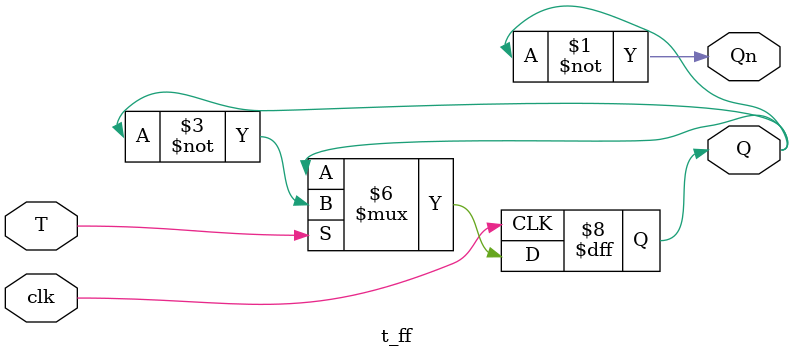
<source format=v>
`timescale 1ns / 1ps
module t_ff( 
    input T,
    input clk,
    output reg Q,
    output Qn
);

initial Q = 0;
assign Qn = ~Q;

always @(posedge clk) begin
    if (T)
        Q <= ~Q; // Toggle
    else
        Q <= Q;  // Hold
end

endmodule
</source>
